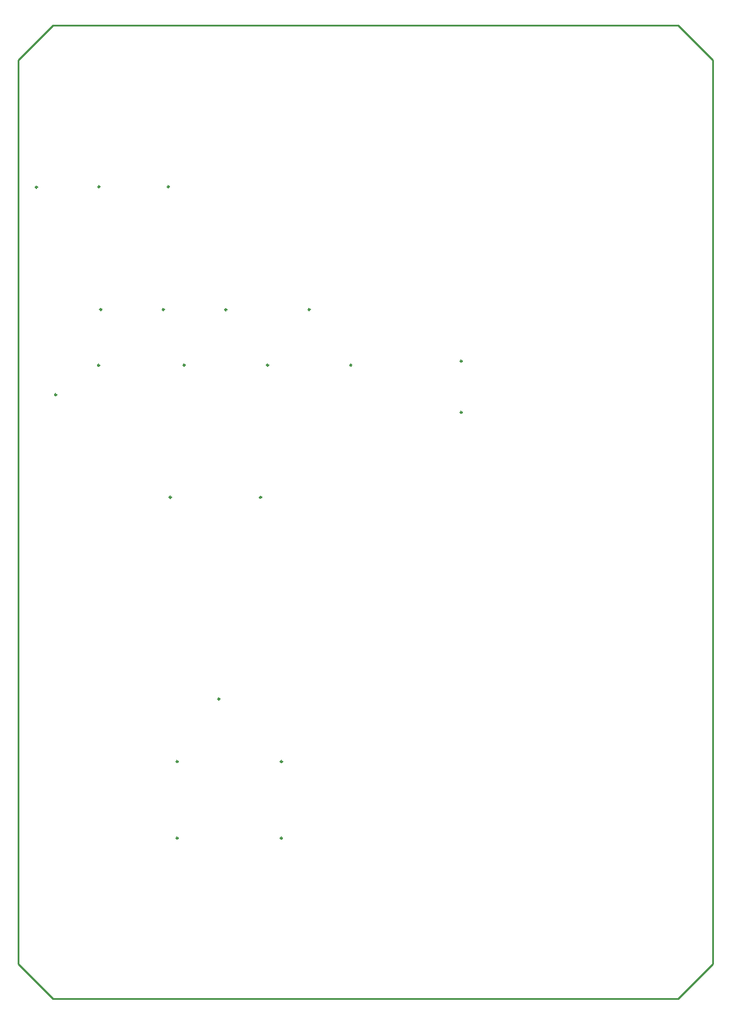
<source format=gbo>
G04 Layer_Color=13948096*
%FSLAX44Y44*%
%MOMM*%
G71*
G01*
G75*
%ADD22C,0.2540*%
D22*
X47664Y1187000D02*
G03*
X47664Y1187000I-1414J0D01*
G01*
X659164Y936750D02*
G03*
X659164Y936750I-1414J0D01*
G01*
Y863000D02*
G03*
X659164Y863000I-1414J0D01*
G01*
X137664Y1187500D02*
G03*
X137664Y1187500I-1414J0D01*
G01*
X237664D02*
G03*
X237664Y1187500I-1414J0D01*
G01*
X75414Y888500D02*
G03*
X75414Y888500I-1414J0D01*
G01*
X310414Y451000D02*
G03*
X310414Y451000I-1414J0D01*
G01*
X260414Y931000D02*
G03*
X260414Y931000I-1414J0D01*
G01*
X380414D02*
G03*
X380414Y931000I-1414J0D01*
G01*
X500414D02*
G03*
X500414Y931000I-1414J0D01*
G01*
X440414Y1011000D02*
G03*
X440414Y1011000I-1414J0D01*
G01*
X320414D02*
G03*
X320414Y1011000I-1414J0D01*
G01*
X137292Y930734D02*
G03*
X137292Y930734I-1414J0D01*
G01*
X250414Y251000D02*
G03*
X250414Y251000I-1414J0D01*
G01*
X400414D02*
G03*
X400414Y251000I-1414J0D01*
G01*
X250414Y361000D02*
G03*
X250414Y361000I-1414J0D01*
G01*
X400414D02*
G03*
X400414Y361000I-1414J0D01*
G01*
X230414Y1011000D02*
G03*
X230414Y1011000I-1414J0D01*
G01*
X140414D02*
G03*
X140414Y1011000I-1414J0D01*
G01*
X240414Y741000D02*
G03*
X240414Y741000I-1414J0D01*
G01*
X370414D02*
G03*
X370414Y741000I-1414J0D01*
G01*
X70250Y1420000D02*
Y1420000D01*
X20250Y1370000D02*
X70250Y1420000D01*
X20250Y70000D02*
Y1370000D01*
Y70000D02*
X70250Y20000D01*
X970250D01*
X1020250Y70000D01*
Y1370000D01*
X970250Y1420000D02*
X1020250Y1370000D01*
X70250Y1420000D02*
X970250D01*
M02*

</source>
